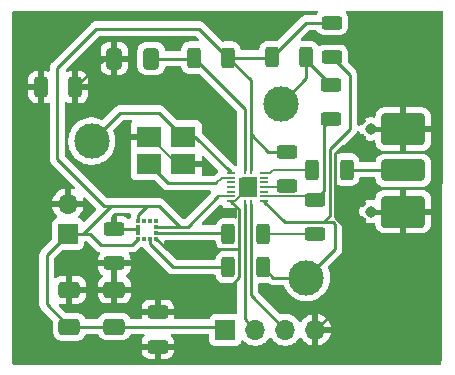
<source format=gbr>
%TF.GenerationSoftware,KiCad,Pcbnew,9.0.0*%
%TF.CreationDate,2025-03-07T11:14:36+01:00*%
%TF.ProjectId,PCB_rigide,5043425f-7269-4676-9964-652e6b696361,rev?*%
%TF.SameCoordinates,Original*%
%TF.FileFunction,Copper,L1,Top*%
%TF.FilePolarity,Positive*%
%FSLAX46Y46*%
G04 Gerber Fmt 4.6, Leading zero omitted, Abs format (unit mm)*
G04 Created by KiCad (PCBNEW 9.0.0) date 2025-03-07 11:14:36*
%MOMM*%
%LPD*%
G01*
G04 APERTURE LIST*
G04 Aperture macros list*
%AMRoundRect*
0 Rectangle with rounded corners*
0 $1 Rounding radius*
0 $2 $3 $4 $5 $6 $7 $8 $9 X,Y pos of 4 corners*
0 Add a 4 corners polygon primitive as box body*
4,1,4,$2,$3,$4,$5,$6,$7,$8,$9,$2,$3,0*
0 Add four circle primitives for the rounded corners*
1,1,$1+$1,$2,$3*
1,1,$1+$1,$4,$5*
1,1,$1+$1,$6,$7*
1,1,$1+$1,$8,$9*
0 Add four rect primitives between the rounded corners*
20,1,$1+$1,$2,$3,$4,$5,0*
20,1,$1+$1,$4,$5,$6,$7,0*
20,1,$1+$1,$6,$7,$8,$9,0*
20,1,$1+$1,$8,$9,$2,$3,0*%
%AMFreePoly0*
4,1,14,0.849707,0.749707,0.850000,0.749000,0.850000,-0.749000,0.849707,-0.749707,0.849000,-0.750000,-0.750000,-0.750000,-0.750000,-0.550414,-0.849707,-0.450707,-0.850000,-0.450000,-0.850000,0.749000,-0.849707,0.749707,-0.849000,0.750000,0.849000,0.750000,0.849707,0.749707,0.849707,0.749707,$1*%
G04 Aperture macros list end*
%TA.AperFunction,EtchedComponent*%
%ADD10C,0.460000*%
%TD*%
%TA.AperFunction,SMDPad,CuDef*%
%ADD11RoundRect,0.250000X-1.595000X-0.640000X1.595000X-0.640000X1.595000X0.640000X-1.595000X0.640000X0*%
%TD*%
%TA.AperFunction,ComponentPad*%
%ADD12C,0.970000*%
%TD*%
%TA.AperFunction,SMDPad,CuDef*%
%ADD13RoundRect,0.250000X-1.595000X-1.082500X1.595000X-1.082500X1.595000X1.082500X-1.595000X1.082500X0*%
%TD*%
%TA.AperFunction,SMDPad,CuDef*%
%ADD14RoundRect,0.250000X0.625000X-0.312500X0.625000X0.312500X-0.625000X0.312500X-0.625000X-0.312500X0*%
%TD*%
%TA.AperFunction,SMDPad,CuDef*%
%ADD15RoundRect,0.250000X0.312500X0.625000X-0.312500X0.625000X-0.312500X-0.625000X0.312500X-0.625000X0*%
%TD*%
%TA.AperFunction,SMDPad,CuDef*%
%ADD16R,2.100000X1.800000*%
%TD*%
%TA.AperFunction,ComponentPad*%
%ADD17C,3.000000*%
%TD*%
%TA.AperFunction,ComponentPad*%
%ADD18R,1.700000X1.700000*%
%TD*%
%TA.AperFunction,ComponentPad*%
%ADD19O,1.700000X1.700000*%
%TD*%
%TA.AperFunction,SMDPad,CuDef*%
%ADD20R,0.350000X0.300000*%
%TD*%
%TA.AperFunction,SMDPad,CuDef*%
%ADD21R,0.300000X0.350000*%
%TD*%
%TA.AperFunction,SMDPad,CuDef*%
%ADD22RoundRect,0.250000X0.650000X-0.412500X0.650000X0.412500X-0.650000X0.412500X-0.650000X-0.412500X0*%
%TD*%
%TA.AperFunction,SMDPad,CuDef*%
%ADD23RoundRect,0.250000X-0.312500X-0.625000X0.312500X-0.625000X0.312500X0.625000X-0.312500X0.625000X0*%
%TD*%
%TA.AperFunction,SMDPad,CuDef*%
%ADD24RoundRect,0.060500X-0.269500X0.049500X-0.269500X-0.049500X0.269500X-0.049500X0.269500X0.049500X0*%
%TD*%
%TA.AperFunction,SMDPad,CuDef*%
%ADD25RoundRect,0.060500X-0.049500X0.269500X-0.049500X-0.269500X0.049500X-0.269500X0.049500X0.269500X0*%
%TD*%
%TA.AperFunction,SMDPad,CuDef*%
%ADD26FreePoly0,270.000000*%
%TD*%
%TA.AperFunction,SMDPad,CuDef*%
%ADD27RoundRect,0.250000X-0.625000X0.312500X-0.625000X-0.312500X0.625000X-0.312500X0.625000X0.312500X0*%
%TD*%
%TA.AperFunction,SMDPad,CuDef*%
%ADD28RoundRect,0.250000X0.412500X0.650000X-0.412500X0.650000X-0.412500X-0.650000X0.412500X-0.650000X0*%
%TD*%
%TA.AperFunction,Conductor*%
%ADD29C,0.250000*%
%TD*%
%TA.AperFunction,Conductor*%
%ADD30C,0.150000*%
%TD*%
G04 APERTURE END LIST*
D10*
%TO.C,J6*%
X110050000Y-34417000D02*
X107315000Y-34417000D01*
X110050000Y-41402000D02*
X107315000Y-41402000D01*
%TD*%
D11*
%TO.P,J6,1,In*%
%TO.N,RF_TX*%
X110050000Y-37909500D03*
D12*
%TO.P,J6,2,Ext*%
%TO.N,GND*%
X107315000Y-34417000D03*
X107315000Y-41402000D03*
D13*
X110050000Y-34417000D03*
X110050000Y-41402000D03*
%TD*%
D14*
%TO.P,R2,1*%
%TO.N,I2C_SDA*%
X103936800Y-33582800D03*
%TO.P,R2,2*%
X103936800Y-30657800D03*
%TD*%
D15*
%TO.P,R5,1*%
%TO.N,VCC*%
X95227000Y-28371800D03*
%TO.P,R5,2*%
%TO.N,Net-(U1-EN)*%
X92302000Y-28371800D03*
%TD*%
D16*
%TO.P,Y1,1,1*%
%TO.N,XO_P*%
X88540000Y-37352000D03*
%TO.P,Y1,2,2*%
%TO.N,GND*%
X91440000Y-37352000D03*
%TO.P,Y1,3,3*%
%TO.N,XO_N*%
X91440000Y-35052000D03*
%TO.P,Y1,4,4*%
%TO.N,GND*%
X88540000Y-35052000D03*
%TD*%
D17*
%TO.P,J3,1,Pin_1*%
%TO.N,XO_N*%
X83693000Y-35433000D03*
%TD*%
D18*
%TO.P,J1,1,Pin_1*%
%TO.N,VCC*%
X81661000Y-43307000D03*
D19*
%TO.P,J1,2,Pin_2*%
%TO.N,GND*%
X81661000Y-40767000D03*
%TD*%
D14*
%TO.P,R8,1*%
%TO.N,GND*%
X89281000Y-52836000D03*
%TO.P,R8,2*%
X89281000Y-49911000D03*
%TD*%
D20*
%TO.P,U2,1,SDO*%
%TO.N,GND*%
X89163000Y-43689000D03*
%TO.P,U2,2,SDX*%
%TO.N,I2C_SDA*%
X89163000Y-43189000D03*
%TO.P,U2,3,VDDIO*%
%TO.N,VCC*%
X89163000Y-42689000D03*
%TO.P,U2,4*%
%TO.N,N/C*%
X89163000Y-42189000D03*
D21*
%TO.P,U2,5,INT1*%
%TO.N,unconnected-(U2-INT1-Pad5)*%
X88638000Y-42164000D03*
%TO.P,U2,6,INT2*%
%TO.N,unconnected-(U2-INT2-Pad6)*%
X88138000Y-42164000D03*
D20*
%TO.P,U2,7,VDD*%
%TO.N,VCC*%
X87613000Y-42189000D03*
%TO.P,U2,8,GNDIO*%
%TO.N,GND*%
X87613000Y-42689000D03*
%TO.P,U2,9,GND*%
X87613000Y-43189000D03*
%TO.P,U2,10,~{CSB}*%
%TO.N,VCC*%
X87613000Y-43689000D03*
D21*
%TO.P,U2,11*%
%TO.N,N/C*%
X88138000Y-43714000D03*
%TO.P,U2,12,SCX*%
%TO.N,I2C_SCL*%
X88638000Y-43714000D03*
%TD*%
D14*
%TO.P,R4,1*%
%TO.N,I2C_SDA*%
X102616000Y-43311000D03*
%TO.P,R4,2*%
X102616000Y-40386000D03*
%TD*%
D22*
%TO.P,C2,1*%
%TO.N,VCC*%
X81788000Y-51155600D03*
%TO.P,C2,2*%
%TO.N,GND*%
X81788000Y-48030600D03*
%TD*%
D17*
%TO.P,J5,1,Pin_1*%
%TO.N,I2C_SDA*%
X99695000Y-32258000D03*
%TD*%
D23*
%TO.P,R3,1*%
%TO.N,I2C_SCL*%
X95246000Y-46101000D03*
%TO.P,R3,2*%
X98171000Y-46101000D03*
%TD*%
D17*
%TO.P,J4,1,Pin_1*%
%TO.N,I2C_SCL*%
X101854000Y-46990000D03*
%TD*%
D24*
%TO.P,U1,1,XO_N*%
%TO.N,XO_N*%
X95454600Y-38121800D03*
%TO.P,U1,2,XO_P*%
%TO.N,XO_P*%
X95454600Y-38521800D03*
%TO.P,U1,3,MGPIO7*%
%TO.N,unconnected-(U1-MGPIO7-Pad3)*%
X95454600Y-38921800D03*
%TO.P,U1,4,MGPIO6*%
%TO.N,unconnected-(U1-MGPIO6-Pad4)*%
X95454600Y-39321800D03*
%TO.P,U1,5,MGPIO5*%
%TO.N,unconnected-(U1-MGPIO5-Pad5)*%
X95454600Y-39721800D03*
%TO.P,U1,6,SW0*%
%TO.N,VCC*%
X95454600Y-40121800D03*
%TO.P,U1,7,SW1*%
%TO.N,GND*%
X95454600Y-40521800D03*
D25*
%TO.P,U1,8,RX/GPIO0*%
%TO.N,UART_RX*%
X96629600Y-40741800D03*
%TO.P,U1,9,TX/GPIO1*%
%TO.N,UART_TX*%
X97129600Y-40746800D03*
D24*
%TO.P,U1,10,GPIO2*%
%TO.N,I2C_SCL*%
X98304600Y-40521800D03*
%TO.P,U1,11,GPIO3*%
%TO.N,I2C_SDA*%
X98304600Y-40121800D03*
%TO.P,U1,12,MGPIO4*%
%TO.N,unconnected-(U1-MGPIO4-Pad12)*%
X98304600Y-39721800D03*
%TO.P,U1,13,VDDQ*%
%TO.N,VCC*%
X98304600Y-39321800D03*
%TO.P,U1,14,RTC_P*%
%TO.N,unconnected-(U1-RTC_P-Pad14)*%
X98304600Y-38921800D03*
%TO.P,U1,15,RTC_N*%
%TO.N,unconnected-(U1-RTC_N-Pad15)*%
X98304600Y-38521800D03*
%TO.P,U1,16,RF_TX*%
%TO.N,RF_TX*%
X98304600Y-38121800D03*
D25*
%TO.P,U1,17,VCC*%
%TO.N,VCC*%
X97129600Y-37896800D03*
%TO.P,U1,18,EN*%
%TO.N,Net-(U1-EN)*%
X96629600Y-37896800D03*
D26*
%TO.P,U1,19,GND*%
%TO.N,GND*%
X96879600Y-39321800D03*
%TD*%
D22*
%TO.P,C1,1*%
%TO.N,VCC*%
X85598000Y-51131000D03*
%TO.P,C1,2*%
%TO.N,GND*%
X85598000Y-48006000D03*
%TD*%
D27*
%TO.P,R1,1*%
%TO.N,VCC*%
X100203000Y-36318000D03*
%TO.P,R1,2*%
X100203000Y-39243000D03*
%TD*%
D23*
%TO.P,R12,1*%
%TO.N,RF_TX*%
X102358000Y-37846000D03*
%TO.P,R12,2*%
X105283000Y-37846000D03*
%TD*%
%TO.P,R9,1*%
%TO.N,GND*%
X79371000Y-30861000D03*
%TO.P,R9,2*%
X82296000Y-30861000D03*
%TD*%
D14*
%TO.P,R6,1*%
%TO.N,GND*%
X85598000Y-45785500D03*
%TO.P,R6,2*%
X85598000Y-42860500D03*
%TD*%
D23*
%TO.P,R7,1*%
%TO.N,I2C_SDA*%
X95250000Y-43307000D03*
%TO.P,R7,2*%
X98175000Y-43307000D03*
%TD*%
D28*
%TO.P,C3,1*%
%TO.N,Net-(U1-EN)*%
X88723000Y-28448000D03*
%TO.P,C3,2*%
%TO.N,GND*%
X85598000Y-28448000D03*
%TD*%
D27*
%TO.P,R10,1*%
%TO.N,VCC*%
X104013000Y-25400000D03*
%TO.P,R10,2*%
%TO.N,I2C_SCL*%
X104013000Y-28325000D03*
%TD*%
D23*
%TO.P,R11,1*%
%TO.N,VCC*%
X98929000Y-28321000D03*
%TO.P,R11,2*%
%TO.N,I2C_SDA*%
X101854000Y-28321000D03*
%TD*%
D18*
%TO.P,J2,1,Pin_1*%
%TO.N,VCC*%
X94996000Y-51409600D03*
D19*
%TO.P,J2,2,Pin_2*%
%TO.N,UART_RX*%
X97536000Y-51409600D03*
%TO.P,J2,3,Pin_3*%
%TO.N,UART_TX*%
X100076000Y-51409600D03*
%TO.P,J2,4,Pin_4*%
%TO.N,GND*%
X102616000Y-51409600D03*
%TD*%
D29*
%TO.N,RF_TX*%
X105283000Y-37846000D02*
X109986500Y-37846000D01*
X109986500Y-37846000D02*
X110050000Y-37909500D01*
X105410000Y-37973000D02*
X105283000Y-37846000D01*
D30*
X102358000Y-37846000D02*
X99060000Y-37846000D01*
X99060000Y-37846000D02*
X98784200Y-38121800D01*
X102082200Y-38121800D02*
X102358000Y-37846000D01*
X98784200Y-38121800D02*
X98304600Y-38121800D01*
%TO.N,GND*%
X88540000Y-35052000D02*
X88646000Y-35052000D01*
D29*
X89163000Y-43689000D02*
X90051000Y-44577000D01*
D30*
X95851160Y-40521800D02*
X96879600Y-39493360D01*
D29*
X85598000Y-42860500D02*
X87441500Y-42860500D01*
X82296000Y-30861000D02*
X84709000Y-28448000D01*
X90051000Y-44577000D02*
X96138500Y-44577000D01*
X95100014Y-48006000D02*
X96138500Y-46967514D01*
D30*
X95454600Y-40521800D02*
X95851160Y-40521800D01*
D29*
X96138500Y-41205700D02*
X95490600Y-40557800D01*
X85573400Y-48030600D02*
X85598000Y-48006000D01*
D30*
X88990000Y-35052000D02*
X88540000Y-35052000D01*
D29*
X87441500Y-42860500D02*
X87613000Y-42689000D01*
D30*
X96879600Y-39493360D02*
X96879600Y-39321800D01*
X88540000Y-35052000D02*
X88690000Y-35052000D01*
D29*
X87613000Y-42689000D02*
X87613000Y-43189000D01*
X85598000Y-48006000D02*
X95100014Y-48006000D01*
D30*
X90946000Y-37352000D02*
X91440000Y-37352000D01*
D29*
X81654800Y-48163800D02*
X81788000Y-48030600D01*
X96138500Y-46967514D02*
X96138500Y-44577000D01*
X96138500Y-44577000D02*
X96138500Y-41205700D01*
X88540000Y-35052000D02*
X87630000Y-35052000D01*
D30*
X88646000Y-35052000D02*
X90946000Y-37352000D01*
D29*
X84709000Y-28448000D02*
X85598000Y-28448000D01*
D30*
%TO.N,VCC*%
X98304600Y-39321800D02*
X99743200Y-39321800D01*
D29*
X84074000Y-25908000D02*
X92763200Y-25908000D01*
X97129600Y-34798000D02*
X97129600Y-30274400D01*
X80772000Y-29210000D02*
X84074000Y-25908000D01*
X84459000Y-44200000D02*
X83566000Y-43307000D01*
X88392000Y-40894000D02*
X89391000Y-40894000D01*
X88074500Y-41211500D02*
X88392000Y-40894000D01*
X87102000Y-44200000D02*
X87613000Y-43689000D01*
X89163000Y-42689000D02*
X91186000Y-42689000D01*
X98878200Y-28371800D02*
X98929000Y-28321000D01*
X97129600Y-30274400D02*
X95227000Y-28371800D01*
X87613000Y-42189000D02*
X87613000Y-41673000D01*
X85852000Y-40894000D02*
X88392000Y-40894000D01*
X80772000Y-36957000D02*
X80772000Y-29210000D01*
X79883000Y-45085000D02*
X79883000Y-49250600D01*
X101850000Y-25400000D02*
X104013000Y-25400000D01*
X87102000Y-44200000D02*
X84459000Y-44200000D01*
X81661000Y-43307000D02*
X79883000Y-45085000D01*
X85598000Y-51131000D02*
X94717400Y-51131000D01*
X95227000Y-28371800D02*
X98878200Y-28371800D01*
X85344000Y-40894000D02*
X82931000Y-43307000D01*
X83566000Y-43307000D02*
X81661000Y-43307000D01*
X85573400Y-51155600D02*
X85598000Y-51131000D01*
D30*
X99743200Y-39321800D02*
X100203000Y-38862000D01*
D29*
X82931000Y-43307000D02*
X81661000Y-43307000D01*
X84709000Y-40894000D02*
X80772000Y-36957000D01*
X94717400Y-51131000D02*
X94996000Y-51409600D01*
X97129600Y-37896800D02*
X97129600Y-34798000D01*
X87613000Y-41673000D02*
X88074500Y-41211500D01*
X85852000Y-40894000D02*
X85344000Y-40894000D01*
X91804000Y-42689000D02*
X94371200Y-40121800D01*
X92763200Y-25908000D02*
X95227000Y-28371800D01*
X98929000Y-28321000D02*
X101850000Y-25400000D01*
X98649600Y-36318000D02*
X97129600Y-34798000D01*
X100203000Y-36318000D02*
X98649600Y-36318000D01*
X89391000Y-40894000D02*
X91186000Y-42689000D01*
X81788000Y-51155600D02*
X85573400Y-51155600D01*
X91186000Y-42689000D02*
X91804000Y-42689000D01*
X79883000Y-49250600D02*
X81788000Y-51155600D01*
X85852000Y-40894000D02*
X84709000Y-40894000D01*
D30*
X95454600Y-40121800D02*
X94371200Y-40121800D01*
D29*
%TO.N,Net-(U1-EN)*%
X92151200Y-28371800D02*
X92075000Y-28448000D01*
X92302000Y-28371800D02*
X92151200Y-28371800D01*
X92075000Y-28448000D02*
X88723000Y-28448000D01*
X96629600Y-37896800D02*
X96629600Y-32699400D01*
X96629600Y-32699400D02*
X92302000Y-28371800D01*
%TO.N,UART_TX*%
X97129600Y-48463200D02*
X100076000Y-51409600D01*
X97129600Y-40746800D02*
X97129600Y-48463200D01*
%TO.N,UART_RX*%
X96629600Y-40741800D02*
X96629600Y-50503200D01*
X96629600Y-50503200D02*
X97536000Y-51409600D01*
%TO.N,I2C_SCL*%
X98171000Y-46101000D02*
X99060000Y-46990000D01*
X103251000Y-42301900D02*
X103817000Y-41735900D01*
X105537000Y-34417000D02*
X105537000Y-29849000D01*
X88638000Y-43714000D02*
X88638000Y-44141000D01*
X103817000Y-41735900D02*
X103817000Y-36137000D01*
X88638000Y-44141000D02*
X90598000Y-46101000D01*
X104267000Y-42488710D02*
X104080190Y-42301900D01*
X104267000Y-44577000D02*
X104267000Y-42488710D01*
X90598000Y-46101000D02*
X95246000Y-46101000D01*
X99060000Y-46990000D02*
X101854000Y-46990000D01*
X101854000Y-46990000D02*
X104267000Y-44577000D01*
X103817000Y-36137000D02*
X105537000Y-34417000D01*
X105537000Y-29849000D02*
X104013000Y-28325000D01*
X103251000Y-42301900D02*
X100048700Y-42301900D01*
X104080190Y-42301900D02*
X103251000Y-42301900D01*
X100048700Y-42301900D02*
X98304600Y-40557800D01*
%TO.N,I2C_SDA*%
X101854000Y-30099000D02*
X99695000Y-32258000D01*
X103936800Y-33582800D02*
X103366000Y-34153600D01*
X103366000Y-39636000D02*
X102616000Y-40386000D01*
X103936800Y-30657800D02*
X101854000Y-28575000D01*
D30*
X98304600Y-40121800D02*
X102351800Y-40121800D01*
D29*
X103366000Y-34153600D02*
X103366000Y-39636000D01*
D30*
X98179000Y-43311000D02*
X98175000Y-43307000D01*
D29*
X95132000Y-43189000D02*
X89163000Y-43189000D01*
X101854000Y-28575000D02*
X101854000Y-28321000D01*
X101854000Y-28321000D02*
X101854000Y-30099000D01*
D30*
X102616000Y-43311000D02*
X98179000Y-43311000D01*
D29*
X95250000Y-43307000D02*
X95132000Y-43189000D01*
D30*
X102351800Y-40121800D02*
X102616000Y-40386000D01*
D29*
%TO.N,XO_N*%
X86106000Y-33020000D02*
X89408000Y-33020000D01*
X89408000Y-33020000D02*
X91440000Y-35052000D01*
X83693000Y-35433000D02*
X86106000Y-33020000D01*
X91440000Y-35052000D02*
X92420800Y-35052000D01*
X92420800Y-35052000D02*
X95454600Y-38085800D01*
D30*
%TO.N,XO_P*%
X95454600Y-38521800D02*
X94701200Y-38521800D01*
X95454600Y-38521800D02*
X95448400Y-38528000D01*
D29*
X90177000Y-38989000D02*
X94234000Y-38989000D01*
D30*
X94701200Y-38521800D02*
X94234000Y-38989000D01*
D29*
X88540000Y-37352000D02*
X90177000Y-38989000D01*
%TO.N,GND*%
X104920986Y-35814000D02*
X104267000Y-36467986D01*
X104267000Y-36467986D02*
X104267000Y-41850900D01*
X104267000Y-41850900D02*
X104922000Y-42505900D01*
X104922000Y-42505900D02*
X104922000Y-49103600D01*
X104922000Y-49103600D02*
X102616000Y-51409600D01*
%TD*%
%TA.AperFunction,Conductor*%
%TO.N,GND*%
G36*
X102742073Y-24387319D02*
G01*
X102753796Y-24386157D01*
X102774981Y-24396982D01*
X102797809Y-24403685D01*
X102805523Y-24412587D01*
X102816014Y-24417948D01*
X102827985Y-24438509D01*
X102843564Y-24456489D01*
X102845240Y-24468148D01*
X102851168Y-24478330D01*
X102850121Y-24502097D01*
X102853508Y-24525647D01*
X102848613Y-24536363D01*
X102848096Y-24548132D01*
X102832037Y-24579561D01*
X102825932Y-24588199D01*
X102795288Y-24618844D01*
X102733577Y-24718893D01*
X102731339Y-24722061D01*
X102706871Y-24741446D01*
X102683663Y-24762321D01*
X102679712Y-24762963D01*
X102676575Y-24765450D01*
X102630072Y-24774500D01*
X101788389Y-24774500D01*
X101737535Y-24784615D01*
X101737530Y-24784616D01*
X101727971Y-24786518D01*
X101667548Y-24798537D01*
X101620397Y-24818067D01*
X101553715Y-24845688D01*
X101553714Y-24845689D01*
X101531347Y-24860633D01*
X101531344Y-24860635D01*
X101451268Y-24914140D01*
X101407705Y-24957703D01*
X101364142Y-25001267D01*
X101364139Y-25001270D01*
X99449672Y-26915736D01*
X99388349Y-26949221D01*
X99349388Y-26951413D01*
X99291510Y-26945500D01*
X98566498Y-26945500D01*
X98566480Y-26945501D01*
X98463703Y-26956000D01*
X98463700Y-26956001D01*
X98297168Y-27011185D01*
X98297163Y-27011187D01*
X98147842Y-27103289D01*
X98023789Y-27227342D01*
X97931687Y-27376663D01*
X97931685Y-27376668D01*
X97914852Y-27427468D01*
X97897887Y-27478666D01*
X97876501Y-27543204D01*
X97876500Y-27543205D01*
X97867133Y-27634902D01*
X97840737Y-27699594D01*
X97783556Y-27739745D01*
X97743775Y-27746300D01*
X96407035Y-27746300D01*
X96339996Y-27726615D01*
X96294241Y-27673811D01*
X96283677Y-27634902D01*
X96282840Y-27626712D01*
X96279499Y-27594003D01*
X96224314Y-27427466D01*
X96132212Y-27278144D01*
X96008156Y-27154088D01*
X95858834Y-27061986D01*
X95692297Y-27006801D01*
X95692295Y-27006800D01*
X95589510Y-26996300D01*
X94864498Y-26996300D01*
X94864477Y-26996302D01*
X94806607Y-27002213D01*
X94737914Y-26989442D01*
X94706326Y-26966536D01*
X93259022Y-25519232D01*
X93249059Y-25509269D01*
X93249058Y-25509267D01*
X93161933Y-25422142D01*
X93110709Y-25387915D01*
X93059486Y-25353688D01*
X93059483Y-25353686D01*
X93059480Y-25353685D01*
X92985803Y-25323168D01*
X92985801Y-25323167D01*
X92978992Y-25320347D01*
X92945652Y-25306537D01*
X92885229Y-25294518D01*
X92880506Y-25293578D01*
X92880504Y-25293578D01*
X92824810Y-25282500D01*
X92824807Y-25282500D01*
X92824806Y-25282500D01*
X84135607Y-25282500D01*
X84012393Y-25282500D01*
X84012389Y-25282500D01*
X83956697Y-25293578D01*
X83951971Y-25294518D01*
X83908743Y-25303116D01*
X83891546Y-25306537D01*
X83777716Y-25353687D01*
X83777707Y-25353692D01*
X83675268Y-25422140D01*
X83631705Y-25465703D01*
X83588142Y-25509267D01*
X80286144Y-28811264D01*
X80286138Y-28811272D01*
X80251914Y-28862489D01*
X80251915Y-28862490D01*
X80217691Y-28913708D01*
X80217689Y-28913712D01*
X80217688Y-28913714D01*
X80193023Y-28973263D01*
X80170537Y-29027548D01*
X80161397Y-29073500D01*
X80146577Y-29148009D01*
X80146500Y-29148394D01*
X80146500Y-29149376D01*
X80146500Y-29427598D01*
X80126815Y-29494637D01*
X80074011Y-29540392D01*
X80004853Y-29550336D01*
X79983497Y-29545304D01*
X79836200Y-29496495D01*
X79836190Y-29496493D01*
X79733486Y-29486000D01*
X79621000Y-29486000D01*
X79621000Y-32235999D01*
X79733472Y-32235999D01*
X79733486Y-32235998D01*
X79836195Y-32225506D01*
X79983495Y-32176695D01*
X80053324Y-32174293D01*
X80113366Y-32210024D01*
X80144559Y-32272545D01*
X80146500Y-32294401D01*
X80146500Y-37018609D01*
X80170100Y-37137258D01*
X80170102Y-37137267D01*
X80170537Y-37139451D01*
X80217688Y-37253286D01*
X80242483Y-37290393D01*
X80286142Y-37355733D01*
X80373267Y-37442858D01*
X80373270Y-37442860D01*
X80380976Y-37450566D01*
X82209652Y-39279242D01*
X82243137Y-39340565D01*
X82238153Y-39410257D01*
X82196281Y-39466190D01*
X82130817Y-39490607D01*
X82083654Y-39484854D01*
X81977125Y-39450241D01*
X81911000Y-39439768D01*
X81911000Y-40333988D01*
X81853993Y-40301075D01*
X81726826Y-40267000D01*
X81595174Y-40267000D01*
X81468007Y-40301075D01*
X81411000Y-40333988D01*
X81411000Y-39439768D01*
X81410999Y-39439768D01*
X81344875Y-39450241D01*
X81142784Y-39515903D01*
X80953442Y-39612379D01*
X80781540Y-39737272D01*
X80781535Y-39737276D01*
X80631276Y-39887535D01*
X80631272Y-39887540D01*
X80506379Y-40059442D01*
X80409904Y-40248782D01*
X80344242Y-40450870D01*
X80344242Y-40450873D01*
X80333769Y-40517000D01*
X81227988Y-40517000D01*
X81195075Y-40574007D01*
X81161000Y-40701174D01*
X81161000Y-40832826D01*
X81195075Y-40959993D01*
X81227988Y-41017000D01*
X80333769Y-41017000D01*
X80344242Y-41083126D01*
X80344242Y-41083129D01*
X80409904Y-41285217D01*
X80506379Y-41474557D01*
X80631272Y-41646459D01*
X80631276Y-41646464D01*
X80744946Y-41760134D01*
X80778431Y-41821457D01*
X80773447Y-41891149D01*
X80731575Y-41947082D01*
X80700598Y-41963997D01*
X80568671Y-42013202D01*
X80568664Y-42013206D01*
X80453455Y-42099452D01*
X80453452Y-42099455D01*
X80367206Y-42214664D01*
X80367202Y-42214671D01*
X80316908Y-42349517D01*
X80310501Y-42409116D01*
X80310500Y-42409130D01*
X80310500Y-43721546D01*
X80290815Y-43788585D01*
X80274180Y-43809227D01*
X79484269Y-44599140D01*
X79484267Y-44599142D01*
X79457630Y-44625779D01*
X79397142Y-44686266D01*
X79374511Y-44720135D01*
X79374505Y-44720144D01*
X79370927Y-44725501D01*
X79328688Y-44788714D01*
X79295347Y-44869207D01*
X79289558Y-44883181D01*
X79281537Y-44902545D01*
X79281535Y-44902553D01*
X79257500Y-45023389D01*
X79257500Y-49312211D01*
X79281535Y-49433044D01*
X79281540Y-49433061D01*
X79328685Y-49546880D01*
X79328687Y-49546883D01*
X79328688Y-49546886D01*
X79362915Y-49598109D01*
X79397142Y-49649333D01*
X79484267Y-49736458D01*
X79484270Y-49736460D01*
X79491554Y-49743744D01*
X80351181Y-50603371D01*
X80384666Y-50664694D01*
X80387500Y-50691052D01*
X80387500Y-51618101D01*
X80387501Y-51618119D01*
X80398000Y-51720896D01*
X80398001Y-51720899D01*
X80453185Y-51887431D01*
X80453187Y-51887436D01*
X80488069Y-51943988D01*
X80545288Y-52036756D01*
X80669344Y-52160812D01*
X80818666Y-52252914D01*
X80985203Y-52308099D01*
X81087991Y-52318600D01*
X82488008Y-52318599D01*
X82590797Y-52308099D01*
X82757334Y-52252914D01*
X82906656Y-52160812D01*
X83030712Y-52036756D01*
X83122814Y-51887434D01*
X83125112Y-51880500D01*
X83129886Y-51866094D01*
X83169659Y-51808650D01*
X83234175Y-51781828D01*
X83247591Y-51781100D01*
X84146561Y-51781100D01*
X84213600Y-51800785D01*
X84259355Y-51853589D01*
X84261914Y-51860106D01*
X84263187Y-51862836D01*
X84284967Y-51898147D01*
X84355288Y-52012156D01*
X84479344Y-52136212D01*
X84628666Y-52228314D01*
X84795203Y-52283499D01*
X84897991Y-52294000D01*
X86298008Y-52293999D01*
X86400797Y-52283499D01*
X86567334Y-52228314D01*
X86716656Y-52136212D01*
X86840712Y-52012156D01*
X86932814Y-51862834D01*
X86935878Y-51853589D01*
X86939886Y-51841494D01*
X86979659Y-51784050D01*
X87044175Y-51757228D01*
X87057591Y-51756500D01*
X88062977Y-51756500D01*
X88130016Y-51776185D01*
X88175771Y-51828989D01*
X88185715Y-51898147D01*
X88156690Y-51961703D01*
X88150658Y-51968181D01*
X88063684Y-52055154D01*
X87971643Y-52204375D01*
X87971641Y-52204380D01*
X87916494Y-52370802D01*
X87916493Y-52370809D01*
X87906000Y-52473513D01*
X87906000Y-52586000D01*
X90655999Y-52586000D01*
X90655999Y-52473528D01*
X90655998Y-52473513D01*
X90645505Y-52370802D01*
X90590358Y-52204380D01*
X90590356Y-52204375D01*
X90498315Y-52055154D01*
X90411342Y-51968181D01*
X90377857Y-51906858D01*
X90382841Y-51837166D01*
X90424713Y-51781233D01*
X90490177Y-51756816D01*
X90499023Y-51756500D01*
X93521501Y-51756500D01*
X93588540Y-51776185D01*
X93634295Y-51828989D01*
X93645501Y-51880500D01*
X93645501Y-52307476D01*
X93651908Y-52367083D01*
X93702202Y-52501928D01*
X93702206Y-52501935D01*
X93788452Y-52617144D01*
X93788455Y-52617147D01*
X93903664Y-52703393D01*
X93903671Y-52703397D01*
X94038517Y-52753691D01*
X94038516Y-52753691D01*
X94045444Y-52754435D01*
X94098127Y-52760100D01*
X95893872Y-52760099D01*
X95953483Y-52753691D01*
X96088331Y-52703396D01*
X96203546Y-52617146D01*
X96289796Y-52501931D01*
X96338810Y-52370516D01*
X96380681Y-52314584D01*
X96446145Y-52290166D01*
X96514418Y-52305017D01*
X96542673Y-52326169D01*
X96656213Y-52439709D01*
X96828179Y-52564648D01*
X96828181Y-52564649D01*
X96828184Y-52564651D01*
X97017588Y-52661157D01*
X97219757Y-52726846D01*
X97429713Y-52760100D01*
X97429714Y-52760100D01*
X97642286Y-52760100D01*
X97642287Y-52760100D01*
X97852243Y-52726846D01*
X98054412Y-52661157D01*
X98243816Y-52564651D01*
X98330138Y-52501935D01*
X98415786Y-52439709D01*
X98415788Y-52439706D01*
X98415792Y-52439704D01*
X98566104Y-52289392D01*
X98566106Y-52289388D01*
X98566109Y-52289386D01*
X98691048Y-52117420D01*
X98691047Y-52117420D01*
X98691051Y-52117416D01*
X98695514Y-52108654D01*
X98743488Y-52057859D01*
X98811308Y-52041063D01*
X98877444Y-52063599D01*
X98916486Y-52108656D01*
X98920951Y-52117420D01*
X99045890Y-52289386D01*
X99196213Y-52439709D01*
X99368179Y-52564648D01*
X99368181Y-52564649D01*
X99368184Y-52564651D01*
X99557588Y-52661157D01*
X99759757Y-52726846D01*
X99969713Y-52760100D01*
X99969714Y-52760100D01*
X100182286Y-52760100D01*
X100182287Y-52760100D01*
X100392243Y-52726846D01*
X100594412Y-52661157D01*
X100783816Y-52564651D01*
X100870138Y-52501935D01*
X100955786Y-52439709D01*
X100955788Y-52439706D01*
X100955792Y-52439704D01*
X101106104Y-52289392D01*
X101106106Y-52289388D01*
X101106109Y-52289386D01*
X101199522Y-52160812D01*
X101231051Y-52117416D01*
X101235793Y-52108108D01*
X101283763Y-52057311D01*
X101351583Y-52040511D01*
X101417719Y-52063045D01*
X101456763Y-52108100D01*
X101461377Y-52117155D01*
X101586272Y-52289059D01*
X101586276Y-52289064D01*
X101736535Y-52439323D01*
X101736540Y-52439327D01*
X101908442Y-52564220D01*
X102097782Y-52660695D01*
X102299871Y-52726357D01*
X102366000Y-52736831D01*
X102366000Y-51842612D01*
X102423007Y-51875525D01*
X102550174Y-51909600D01*
X102681826Y-51909600D01*
X102808993Y-51875525D01*
X102866000Y-51842612D01*
X102866000Y-52736830D01*
X102932126Y-52726357D01*
X102932129Y-52726357D01*
X103134217Y-52660695D01*
X103323557Y-52564220D01*
X103495459Y-52439327D01*
X103495464Y-52439323D01*
X103645723Y-52289064D01*
X103645727Y-52289059D01*
X103770620Y-52117157D01*
X103867095Y-51927817D01*
X103932757Y-51725729D01*
X103932757Y-51725726D01*
X103943231Y-51659600D01*
X103049012Y-51659600D01*
X103081925Y-51602593D01*
X103116000Y-51475426D01*
X103116000Y-51343774D01*
X103081925Y-51216607D01*
X103049012Y-51159600D01*
X103943231Y-51159600D01*
X103932757Y-51093473D01*
X103932757Y-51093470D01*
X103867095Y-50891382D01*
X103770620Y-50702042D01*
X103645727Y-50530140D01*
X103645723Y-50530135D01*
X103495464Y-50379876D01*
X103495459Y-50379872D01*
X103323557Y-50254979D01*
X103134215Y-50158503D01*
X102932124Y-50092841D01*
X102866000Y-50082368D01*
X102866000Y-50976588D01*
X102808993Y-50943675D01*
X102681826Y-50909600D01*
X102550174Y-50909600D01*
X102423007Y-50943675D01*
X102366000Y-50976588D01*
X102366000Y-50082368D01*
X102365999Y-50082368D01*
X102299875Y-50092841D01*
X102097784Y-50158503D01*
X101908442Y-50254979D01*
X101736540Y-50379872D01*
X101736535Y-50379876D01*
X101586276Y-50530135D01*
X101586272Y-50530140D01*
X101461378Y-50702043D01*
X101456762Y-50711102D01*
X101408784Y-50761895D01*
X101340963Y-50778687D01*
X101274829Y-50756146D01*
X101235794Y-50711093D01*
X101231051Y-50701784D01*
X101231049Y-50701781D01*
X101231048Y-50701779D01*
X101106109Y-50529813D01*
X100955786Y-50379490D01*
X100783820Y-50254551D01*
X100594414Y-50158044D01*
X100594413Y-50158043D01*
X100594412Y-50158043D01*
X100392243Y-50092354D01*
X100392241Y-50092353D01*
X100392240Y-50092353D01*
X100230957Y-50066808D01*
X100182287Y-50059100D01*
X99969713Y-50059100D01*
X99941006Y-50063646D01*
X99759757Y-50092353D01*
X99744158Y-50097422D01*
X99674317Y-50099416D01*
X99618161Y-50067171D01*
X97791419Y-48240429D01*
X97757934Y-48179106D01*
X97755100Y-48152748D01*
X97755100Y-47600499D01*
X97774785Y-47533460D01*
X97827589Y-47487705D01*
X97879095Y-47476499D01*
X98533508Y-47476499D01*
X98600767Y-47469628D01*
X98625385Y-47474204D01*
X98650420Y-47474651D01*
X98664800Y-47481531D01*
X98669459Y-47482397D01*
X98682250Y-47489878D01*
X98738190Y-47527256D01*
X98763710Y-47544309D01*
X98763712Y-47544310D01*
X98763715Y-47544312D01*
X98830396Y-47571931D01*
X98830398Y-47571933D01*
X98870640Y-47588601D01*
X98877548Y-47591463D01*
X98937971Y-47603481D01*
X98998393Y-47615500D01*
X98998394Y-47615500D01*
X99864911Y-47615500D01*
X99931950Y-47635185D01*
X99977705Y-47687989D01*
X99979472Y-47692047D01*
X100055953Y-47876690D01*
X100055958Y-47876700D01*
X100187075Y-48103803D01*
X100346718Y-48311851D01*
X100346726Y-48311860D01*
X100532140Y-48497274D01*
X100532148Y-48497281D01*
X100740196Y-48656924D01*
X100967299Y-48788041D01*
X100967309Y-48788046D01*
X101209571Y-48888394D01*
X101209581Y-48888398D01*
X101462884Y-48956270D01*
X101722880Y-48990500D01*
X101722887Y-48990500D01*
X101985113Y-48990500D01*
X101985120Y-48990500D01*
X102245116Y-48956270D01*
X102498419Y-48888398D01*
X102740697Y-48788043D01*
X102967803Y-48656924D01*
X103175851Y-48497282D01*
X103175855Y-48497277D01*
X103175860Y-48497274D01*
X103361274Y-48311860D01*
X103361277Y-48311855D01*
X103361282Y-48311851D01*
X103520924Y-48103803D01*
X103652043Y-47876697D01*
X103752398Y-47634419D01*
X103820270Y-47381116D01*
X103854500Y-47121120D01*
X103854500Y-46858880D01*
X103820270Y-46598884D01*
X103752398Y-46345581D01*
X103675911Y-46160926D01*
X103668443Y-46091461D01*
X103699718Y-46028982D01*
X103702761Y-46025827D01*
X104752857Y-44975734D01*
X104821311Y-44873286D01*
X104846083Y-44813481D01*
X104856342Y-44788715D01*
X104861745Y-44775668D01*
X104868463Y-44759452D01*
X104883020Y-44686266D01*
X104883101Y-44685861D01*
X104883101Y-44685857D01*
X104892500Y-44638607D01*
X104892500Y-44515394D01*
X104892500Y-42427104D01*
X104888924Y-42409128D01*
X104868463Y-42306259D01*
X104865249Y-42298500D01*
X104855473Y-42274898D01*
X104821314Y-42192430D01*
X104821307Y-42192417D01*
X104752858Y-42089977D01*
X104752855Y-42089973D01*
X104662637Y-41999755D01*
X104662606Y-41999726D01*
X104570388Y-41907508D01*
X104570368Y-41907486D01*
X104478819Y-41815937D01*
X104445334Y-41754614D01*
X104442500Y-41728256D01*
X104442500Y-41304981D01*
X106330000Y-41304981D01*
X106330000Y-41499018D01*
X106367851Y-41689306D01*
X106367853Y-41689314D01*
X106442102Y-41868568D01*
X106442106Y-41868575D01*
X106463239Y-41900203D01*
X106539883Y-41823561D01*
X106601206Y-41790076D01*
X106670898Y-41795060D01*
X106726832Y-41836931D01*
X106730667Y-41842351D01*
X106747582Y-41867666D01*
X106747585Y-41867670D01*
X106849329Y-41969414D01*
X106874648Y-41986332D01*
X106919452Y-42039945D01*
X106928159Y-42109270D01*
X106898004Y-42172297D01*
X106893438Y-42177115D01*
X106816794Y-42253759D01*
X106848431Y-42274898D01*
X107027681Y-42349145D01*
X107027693Y-42349148D01*
X107217981Y-42386999D01*
X107217984Y-42387000D01*
X107412016Y-42387000D01*
X107556808Y-42358198D01*
X107626400Y-42364425D01*
X107681577Y-42407287D01*
X107704822Y-42473177D01*
X107705000Y-42479813D01*
X107705000Y-42534470D01*
X107705001Y-42534487D01*
X107715494Y-42637197D01*
X107770641Y-42803619D01*
X107770643Y-42803624D01*
X107862684Y-42952845D01*
X107986654Y-43076815D01*
X108135875Y-43168856D01*
X108135880Y-43168858D01*
X108302302Y-43224005D01*
X108302309Y-43224006D01*
X108405019Y-43234499D01*
X109799999Y-43234499D01*
X109800000Y-43234498D01*
X109800000Y-42256500D01*
X109819685Y-42189461D01*
X109872489Y-42143706D01*
X109924000Y-42132500D01*
X110121947Y-42132500D01*
X110121948Y-42132500D01*
X110151809Y-42126560D01*
X110221398Y-42132786D01*
X110276576Y-42175648D01*
X110299822Y-42241537D01*
X110300000Y-42248177D01*
X110300000Y-43234499D01*
X111694972Y-43234499D01*
X111694986Y-43234498D01*
X111797697Y-43224005D01*
X111964119Y-43168858D01*
X111964124Y-43168856D01*
X112113345Y-43076815D01*
X112237315Y-42952845D01*
X112329356Y-42803624D01*
X112329358Y-42803619D01*
X112384505Y-42637197D01*
X112384506Y-42637190D01*
X112394999Y-42534486D01*
X112395000Y-42534473D01*
X112395000Y-41652000D01*
X110896178Y-41652000D01*
X110829139Y-41632315D01*
X110783384Y-41579511D01*
X110773440Y-41510353D01*
X110774560Y-41503810D01*
X110775513Y-41499018D01*
X110780500Y-41473948D01*
X110780500Y-41330052D01*
X110774560Y-41300189D01*
X110780788Y-41230599D01*
X110823652Y-41175422D01*
X110889542Y-41152178D01*
X110896178Y-41152000D01*
X112394999Y-41152000D01*
X112394999Y-40269528D01*
X112394998Y-40269513D01*
X112384505Y-40166802D01*
X112329358Y-40000380D01*
X112329356Y-40000375D01*
X112237315Y-39851154D01*
X112113345Y-39727184D01*
X111964124Y-39635143D01*
X111964119Y-39635141D01*
X111797697Y-39579994D01*
X111797690Y-39579993D01*
X111694986Y-39569500D01*
X110300000Y-39569500D01*
X110300000Y-40555822D01*
X110280315Y-40622861D01*
X110227511Y-40668616D01*
X110158353Y-40678560D01*
X110151818Y-40677441D01*
X110121948Y-40671500D01*
X109924000Y-40671500D01*
X109856961Y-40651815D01*
X109811206Y-40599011D01*
X109800000Y-40547500D01*
X109800000Y-39569500D01*
X108405028Y-39569500D01*
X108405012Y-39569501D01*
X108302302Y-39579994D01*
X108135880Y-39635141D01*
X108135875Y-39635143D01*
X107986654Y-39727184D01*
X107862684Y-39851154D01*
X107770643Y-40000375D01*
X107770641Y-40000380D01*
X107715494Y-40166802D01*
X107715493Y-40166809D01*
X107705000Y-40269513D01*
X107705000Y-40324183D01*
X107685315Y-40391222D01*
X107632511Y-40436977D01*
X107563353Y-40446921D01*
X107556809Y-40445801D01*
X107412013Y-40417000D01*
X107217983Y-40417000D01*
X107027693Y-40454851D01*
X107027685Y-40454853D01*
X106848428Y-40529103D01*
X106848426Y-40529104D01*
X106816794Y-40550240D01*
X106893438Y-40626884D01*
X106926923Y-40688207D01*
X106921939Y-40757899D01*
X106880067Y-40813832D01*
X106874649Y-40817666D01*
X106849336Y-40834580D01*
X106849329Y-40834585D01*
X106747585Y-40936329D01*
X106747580Y-40936336D01*
X106730666Y-40961649D01*
X106677053Y-41006454D01*
X106607728Y-41015160D01*
X106544701Y-40985004D01*
X106539884Y-40980438D01*
X106463240Y-40903794D01*
X106442104Y-40935426D01*
X106442103Y-40935428D01*
X106367853Y-41114685D01*
X106367851Y-41114693D01*
X106330000Y-41304981D01*
X104442500Y-41304981D01*
X104442500Y-39249282D01*
X104462185Y-39182243D01*
X104514989Y-39136488D01*
X104584147Y-39126544D01*
X104631597Y-39143744D01*
X104651157Y-39155809D01*
X104651160Y-39155810D01*
X104651166Y-39155814D01*
X104817703Y-39210999D01*
X104920491Y-39221500D01*
X105645508Y-39221499D01*
X105645516Y-39221498D01*
X105645519Y-39221498D01*
X105701802Y-39215748D01*
X105748297Y-39210999D01*
X105914834Y-39155814D01*
X106064156Y-39063712D01*
X106188212Y-38939656D01*
X106280314Y-38790334D01*
X106335499Y-38623797D01*
X106339677Y-38582896D01*
X106366073Y-38518207D01*
X106423253Y-38478055D01*
X106463035Y-38471500D01*
X107580501Y-38471500D01*
X107647540Y-38491185D01*
X107693295Y-38543989D01*
X107704501Y-38595500D01*
X107704501Y-38599518D01*
X107715000Y-38702296D01*
X107715001Y-38702299D01*
X107744174Y-38790336D01*
X107770186Y-38868834D01*
X107862288Y-39018156D01*
X107986344Y-39142212D01*
X108135666Y-39234314D01*
X108302203Y-39289499D01*
X108404991Y-39300000D01*
X111695008Y-39299999D01*
X111797797Y-39289499D01*
X111964334Y-39234314D01*
X112113656Y-39142212D01*
X112237712Y-39018156D01*
X112329814Y-38868834D01*
X112384999Y-38702297D01*
X112395500Y-38599509D01*
X112395499Y-37219492D01*
X112384999Y-37116703D01*
X112329814Y-36950166D01*
X112237712Y-36800844D01*
X112113656Y-36676788D01*
X111964334Y-36584686D01*
X111797797Y-36529501D01*
X111797795Y-36529500D01*
X111695010Y-36519000D01*
X108404998Y-36519000D01*
X108404981Y-36519001D01*
X108302203Y-36529500D01*
X108302200Y-36529501D01*
X108135668Y-36584685D01*
X108135663Y-36584687D01*
X107986342Y-36676789D01*
X107862289Y-36800842D01*
X107770187Y-36950163D01*
X107770185Y-36950168D01*
X107714999Y-37116707D01*
X107713767Y-37122465D01*
X107680481Y-37183896D01*
X107619267Y-37217580D01*
X107592516Y-37220500D01*
X106463035Y-37220500D01*
X106395996Y-37200815D01*
X106350241Y-37148011D01*
X106339677Y-37109102D01*
X106338661Y-37099156D01*
X106335499Y-37068203D01*
X106280314Y-36901666D01*
X106188212Y-36752344D01*
X106064156Y-36628288D01*
X105914834Y-36536186D01*
X105748297Y-36481001D01*
X105748295Y-36481000D01*
X105645510Y-36470500D01*
X104920498Y-36470500D01*
X104920480Y-36470501D01*
X104817703Y-36481000D01*
X104817700Y-36481001D01*
X104651168Y-36536185D01*
X104651154Y-36536192D01*
X104643946Y-36540638D01*
X104576553Y-36559076D01*
X104509891Y-36538151D01*
X104465123Y-36484507D01*
X104456465Y-36415176D01*
X104486664Y-36352170D01*
X104491154Y-36347436D01*
X106022857Y-34815734D01*
X106091311Y-34713286D01*
X106110483Y-34667000D01*
X106121892Y-34639458D01*
X106122898Y-34637028D01*
X106166724Y-34582612D01*
X106233012Y-34560529D01*
X106300716Y-34577790D01*
X106348341Y-34628914D01*
X106359089Y-34660257D01*
X106367851Y-34704308D01*
X106367853Y-34704314D01*
X106442102Y-34883568D01*
X106442106Y-34883575D01*
X106463239Y-34915203D01*
X106539883Y-34838561D01*
X106601206Y-34805076D01*
X106670898Y-34810060D01*
X106726832Y-34851931D01*
X106730667Y-34857351D01*
X106747582Y-34882666D01*
X106747585Y-34882670D01*
X106849329Y-34984414D01*
X106874648Y-35001332D01*
X106919452Y-35054945D01*
X106928159Y-35124270D01*
X106898004Y-35187297D01*
X106893438Y-35192115D01*
X106816794Y-35268759D01*
X106848431Y-35289898D01*
X107027681Y-35364145D01*
X107027693Y-35364148D01*
X107217981Y-35401999D01*
X107217984Y-35402000D01*
X107412016Y-35402000D01*
X107556808Y-35373198D01*
X107626400Y-35379425D01*
X107681577Y-35422287D01*
X107704822Y-35488177D01*
X107705000Y-35494813D01*
X107705000Y-35549470D01*
X107705001Y-35549487D01*
X107715494Y-35652197D01*
X107770641Y-35818619D01*
X107770643Y-35818624D01*
X107862684Y-35967845D01*
X107986654Y-36091815D01*
X108135875Y-36183856D01*
X108135880Y-36183858D01*
X108302302Y-36239005D01*
X108302309Y-36239006D01*
X108405019Y-36249499D01*
X109799999Y-36249499D01*
X109800000Y-36249498D01*
X109800000Y-35271500D01*
X109819685Y-35204461D01*
X109872489Y-35158706D01*
X109924000Y-35147500D01*
X110121947Y-35147500D01*
X110121948Y-35147500D01*
X110151809Y-35141560D01*
X110221398Y-35147786D01*
X110276576Y-35190648D01*
X110299822Y-35256537D01*
X110300000Y-35263177D01*
X110300000Y-36249499D01*
X111694972Y-36249499D01*
X111694986Y-36249498D01*
X111797697Y-36239005D01*
X111964119Y-36183858D01*
X111964124Y-36183856D01*
X112113345Y-36091815D01*
X112237315Y-35967845D01*
X112329356Y-35818624D01*
X112329358Y-35818619D01*
X112384505Y-35652197D01*
X112384506Y-35652190D01*
X112394999Y-35549486D01*
X112395000Y-35549473D01*
X112395000Y-34667000D01*
X110896178Y-34667000D01*
X110829139Y-34647315D01*
X110783384Y-34594511D01*
X110773440Y-34525353D01*
X110774560Y-34518810D01*
X110780500Y-34488946D01*
X110780500Y-34345053D01*
X110774560Y-34315190D01*
X110780788Y-34245599D01*
X110823652Y-34190422D01*
X110889542Y-34167178D01*
X110896178Y-34167000D01*
X112394999Y-34167000D01*
X112394999Y-33284528D01*
X112394998Y-33284513D01*
X112384505Y-33181802D01*
X112329358Y-33015380D01*
X112329356Y-33015375D01*
X112237315Y-32866154D01*
X112113345Y-32742184D01*
X111964124Y-32650143D01*
X111964119Y-32650141D01*
X111797697Y-32594994D01*
X111797690Y-32594993D01*
X111694986Y-32584500D01*
X110300000Y-32584500D01*
X110300000Y-33570822D01*
X110280315Y-33637861D01*
X110227511Y-33683616D01*
X110158353Y-33693560D01*
X110151818Y-33692441D01*
X110121948Y-33686500D01*
X109924000Y-33686500D01*
X109856961Y-33666815D01*
X109811206Y-33614011D01*
X109800000Y-33562500D01*
X109800000Y-32584500D01*
X108405028Y-32584500D01*
X108405012Y-32584501D01*
X108302302Y-32594994D01*
X108135880Y-32650141D01*
X108135875Y-32650143D01*
X107986654Y-32742184D01*
X107862684Y-32866154D01*
X107770643Y-33015375D01*
X107770641Y-33015380D01*
X107715494Y-33181802D01*
X107715493Y-33181809D01*
X107705000Y-33284513D01*
X107705000Y-33339183D01*
X107685315Y-33406222D01*
X107632511Y-33451977D01*
X107563353Y-33461921D01*
X107556809Y-33460801D01*
X107412013Y-33432000D01*
X107217983Y-33432000D01*
X107027693Y-33469851D01*
X107027685Y-33469853D01*
X106848428Y-33544103D01*
X106848426Y-33544104D01*
X106816794Y-33565240D01*
X106893438Y-33641884D01*
X106926923Y-33703207D01*
X106921939Y-33772899D01*
X106880067Y-33828832D01*
X106874649Y-33832666D01*
X106849336Y-33849580D01*
X106849329Y-33849585D01*
X106747585Y-33951329D01*
X106747580Y-33951336D01*
X106730666Y-33976649D01*
X106677053Y-34021454D01*
X106607728Y-34030160D01*
X106544701Y-34000004D01*
X106539884Y-33995438D01*
X106463240Y-33918794D01*
X106442104Y-33950426D01*
X106442103Y-33950428D01*
X106401061Y-34049515D01*
X106357220Y-34103918D01*
X106290926Y-34125983D01*
X106223226Y-34108704D01*
X106175616Y-34057566D01*
X106162500Y-34002062D01*
X106162500Y-29787393D01*
X106162499Y-29787389D01*
X106145898Y-29703927D01*
X106138463Y-29666548D01*
X106091311Y-29552714D01*
X106091310Y-29552713D01*
X106091307Y-29552707D01*
X106022859Y-29450268D01*
X105987247Y-29414656D01*
X105935733Y-29363142D01*
X105935732Y-29363141D01*
X105418262Y-28845672D01*
X105384778Y-28784350D01*
X105382586Y-28745394D01*
X105388500Y-28687509D01*
X105388499Y-27962492D01*
X105377999Y-27859703D01*
X105322814Y-27693166D01*
X105230712Y-27543844D01*
X105106656Y-27419788D01*
X104957334Y-27327686D01*
X104790797Y-27272501D01*
X104790795Y-27272500D01*
X104688010Y-27262000D01*
X103337998Y-27262000D01*
X103337981Y-27262001D01*
X103235203Y-27272500D01*
X103235200Y-27272501D01*
X103068668Y-27327685D01*
X103068659Y-27327689D01*
X102994868Y-27373204D01*
X102927475Y-27391644D01*
X102860812Y-27370721D01*
X102824233Y-27332761D01*
X102822125Y-27329344D01*
X102759212Y-27227344D01*
X102635156Y-27103288D01*
X102485834Y-27011186D01*
X102319297Y-26956001D01*
X102319295Y-26956000D01*
X102216516Y-26945500D01*
X101488450Y-26945500D01*
X101421411Y-26925815D01*
X101375656Y-26873011D01*
X101365712Y-26803853D01*
X101394737Y-26740297D01*
X101400746Y-26733843D01*
X102072771Y-26061819D01*
X102134094Y-26028334D01*
X102160452Y-26025500D01*
X102630072Y-26025500D01*
X102697111Y-26045185D01*
X102735609Y-26084401D01*
X102795288Y-26181156D01*
X102919344Y-26305212D01*
X103068666Y-26397314D01*
X103235203Y-26452499D01*
X103337991Y-26463000D01*
X104688008Y-26462999D01*
X104790797Y-26452499D01*
X104957334Y-26397314D01*
X105106656Y-26305212D01*
X105230712Y-26181156D01*
X105322814Y-26031834D01*
X105377999Y-25865297D01*
X105388500Y-25762509D01*
X105388499Y-25037492D01*
X105377999Y-24934703D01*
X105322814Y-24768166D01*
X105230712Y-24618844D01*
X105207549Y-24595681D01*
X105174064Y-24534358D01*
X105179048Y-24464666D01*
X105220920Y-24408733D01*
X105286384Y-24384316D01*
X105295230Y-24384000D01*
X113298699Y-24384000D01*
X113365738Y-24403685D01*
X113411493Y-24456489D01*
X113422697Y-24508518D01*
X113299728Y-53898499D01*
X113298330Y-54232519D01*
X113278365Y-54299475D01*
X113225370Y-54345009D01*
X113174331Y-54356000D01*
X77086000Y-54356000D01*
X77018961Y-54336315D01*
X76973206Y-54283511D01*
X76962000Y-54232000D01*
X76962000Y-53198486D01*
X87906001Y-53198486D01*
X87916494Y-53301197D01*
X87971641Y-53467619D01*
X87971643Y-53467624D01*
X88063684Y-53616845D01*
X88187654Y-53740815D01*
X88336875Y-53832856D01*
X88336880Y-53832858D01*
X88503302Y-53888005D01*
X88503309Y-53888006D01*
X88606019Y-53898499D01*
X89030999Y-53898499D01*
X89531000Y-53898499D01*
X89955972Y-53898499D01*
X89955986Y-53898498D01*
X90058697Y-53888005D01*
X90225119Y-53832858D01*
X90225124Y-53832856D01*
X90374345Y-53740815D01*
X90498315Y-53616845D01*
X90590356Y-53467624D01*
X90590358Y-53467619D01*
X90645505Y-53301197D01*
X90645506Y-53301190D01*
X90655999Y-53198486D01*
X90656000Y-53198473D01*
X90656000Y-53086000D01*
X89531000Y-53086000D01*
X89531000Y-53898499D01*
X89030999Y-53898499D01*
X89031000Y-53898498D01*
X89031000Y-53086000D01*
X87906001Y-53086000D01*
X87906001Y-53198486D01*
X76962000Y-53198486D01*
X76962000Y-31535986D01*
X78308501Y-31535986D01*
X78318994Y-31638697D01*
X78374141Y-31805119D01*
X78374143Y-31805124D01*
X78466184Y-31954345D01*
X78590154Y-32078315D01*
X78739375Y-32170356D01*
X78739380Y-32170358D01*
X78905802Y-32225505D01*
X78905809Y-32225506D01*
X79008519Y-32235999D01*
X79120999Y-32235999D01*
X79121000Y-32235998D01*
X79121000Y-31111000D01*
X78308501Y-31111000D01*
X78308501Y-31535986D01*
X76962000Y-31535986D01*
X76962000Y-30186013D01*
X78308500Y-30186013D01*
X78308500Y-30611000D01*
X79121000Y-30611000D01*
X79121000Y-29486000D01*
X79008527Y-29486000D01*
X79008512Y-29486001D01*
X78905802Y-29496494D01*
X78739380Y-29551641D01*
X78739375Y-29551643D01*
X78590154Y-29643684D01*
X78466184Y-29767654D01*
X78374143Y-29916875D01*
X78374141Y-29916880D01*
X78318994Y-30083302D01*
X78318993Y-30083309D01*
X78308500Y-30186013D01*
X76962000Y-30186013D01*
X76962000Y-24508000D01*
X76981685Y-24440961D01*
X77034489Y-24395206D01*
X77086000Y-24384000D01*
X102730770Y-24384000D01*
X102742073Y-24387319D01*
G37*
%TD.AperFunction*%
%TA.AperFunction,Conductor*%
G36*
X83322587Y-43952185D02*
G01*
X83343229Y-43968819D01*
X84060261Y-44685853D01*
X84060265Y-44685857D01*
X84162710Y-44754309D01*
X84162711Y-44754309D01*
X84162715Y-44754312D01*
X84229397Y-44781932D01*
X84276548Y-44801463D01*
X84313711Y-44808855D01*
X84320621Y-44811095D01*
X84343712Y-44826862D01*
X84368482Y-44839818D01*
X84372168Y-44846291D01*
X84378323Y-44850494D01*
X84389223Y-44876240D01*
X84403058Y-44900533D01*
X84402659Y-44907973D01*
X84405564Y-44914834D01*
X84400815Y-44942381D01*
X84399320Y-44970302D01*
X84394495Y-44979049D01*
X84393696Y-44983689D01*
X84389279Y-44988507D01*
X84383944Y-44998181D01*
X84384475Y-44998509D01*
X84288643Y-45153875D01*
X84288641Y-45153880D01*
X84233494Y-45320302D01*
X84233493Y-45320309D01*
X84223000Y-45423013D01*
X84223000Y-45535500D01*
X86972999Y-45535500D01*
X86972999Y-45423028D01*
X86972998Y-45423013D01*
X86962505Y-45320302D01*
X86907358Y-45153880D01*
X86907356Y-45153875D01*
X86821448Y-45014597D01*
X86803008Y-44947205D01*
X86823930Y-44880541D01*
X86877572Y-44835771D01*
X86926987Y-44825500D01*
X87163607Y-44825500D01*
X87224029Y-44813481D01*
X87284452Y-44801463D01*
X87317792Y-44787652D01*
X87398286Y-44754312D01*
X87449509Y-44720084D01*
X87500733Y-44685858D01*
X87587858Y-44598733D01*
X87587859Y-44598731D01*
X87594925Y-44591665D01*
X87594928Y-44591661D01*
X87769322Y-44417266D01*
X87830643Y-44383783D01*
X87865235Y-44381223D01*
X87877739Y-44382055D01*
X87880517Y-44383091D01*
X87940127Y-44389500D01*
X87989603Y-44389499D01*
X87993712Y-44389773D01*
X88022790Y-44400454D01*
X88052515Y-44409182D01*
X88056079Y-44412683D01*
X88059296Y-44413865D01*
X88065113Y-44421556D01*
X88088577Y-44444603D01*
X88114592Y-44483536D01*
X88114593Y-44483538D01*
X88152138Y-44539728D01*
X88152139Y-44539729D01*
X88152142Y-44539733D01*
X88239267Y-44626858D01*
X88239269Y-44626859D01*
X88246335Y-44633925D01*
X88246334Y-44633925D01*
X88246338Y-44633928D01*
X90199263Y-46586855D01*
X90199267Y-46586858D01*
X90301710Y-46655309D01*
X90301711Y-46655309D01*
X90301715Y-46655312D01*
X90368397Y-46682932D01*
X90415548Y-46702463D01*
X90435597Y-46706451D01*
X90500624Y-46719385D01*
X90536392Y-46726501D01*
X90536394Y-46726501D01*
X90665721Y-46726501D01*
X90665741Y-46726500D01*
X94065965Y-46726500D01*
X94133004Y-46746185D01*
X94178759Y-46798989D01*
X94189323Y-46837898D01*
X94193501Y-46878797D01*
X94193501Y-46878799D01*
X94242208Y-47025784D01*
X94248686Y-47045334D01*
X94340788Y-47194656D01*
X94464844Y-47318712D01*
X94614166Y-47410814D01*
X94780703Y-47465999D01*
X94883491Y-47476500D01*
X95608508Y-47476499D01*
X95608516Y-47476498D01*
X95608519Y-47476498D01*
X95675771Y-47469628D01*
X95711297Y-47465999D01*
X95841098Y-47422986D01*
X95910924Y-47420585D01*
X95970966Y-47456316D01*
X96002159Y-47518836D01*
X96004100Y-47540693D01*
X96004100Y-49935100D01*
X95984415Y-50002139D01*
X95931611Y-50047894D01*
X95880100Y-50059100D01*
X94098129Y-50059100D01*
X94098123Y-50059101D01*
X94038516Y-50065508D01*
X93903671Y-50115802D01*
X93903664Y-50115806D01*
X93788455Y-50202052D01*
X93788452Y-50202055D01*
X93702206Y-50317264D01*
X93702202Y-50317271D01*
X93662085Y-50424833D01*
X93620214Y-50480767D01*
X93554750Y-50505184D01*
X93545903Y-50505500D01*
X90769610Y-50505500D01*
X90702571Y-50485815D01*
X90656816Y-50433011D01*
X90646252Y-50368897D01*
X90655999Y-50273486D01*
X90656000Y-50273473D01*
X90656000Y-50161000D01*
X87906001Y-50161000D01*
X87906001Y-50273489D01*
X87915748Y-50368899D01*
X87902978Y-50437592D01*
X87855097Y-50488476D01*
X87792390Y-50505500D01*
X87057591Y-50505500D01*
X86990552Y-50485815D01*
X86944797Y-50433011D01*
X86939886Y-50420506D01*
X86932815Y-50399168D01*
X86920913Y-50379872D01*
X86840712Y-50249844D01*
X86716656Y-50125788D01*
X86567334Y-50033686D01*
X86400797Y-49978501D01*
X86400795Y-49978500D01*
X86298010Y-49968000D01*
X84897998Y-49968000D01*
X84897981Y-49968001D01*
X84795203Y-49978500D01*
X84795200Y-49978501D01*
X84628668Y-50033685D01*
X84628663Y-50033687D01*
X84479342Y-50125789D01*
X84355289Y-50249842D01*
X84263187Y-50399163D01*
X84263185Y-50399168D01*
X84247964Y-50445104D01*
X84208191Y-50502549D01*
X84143675Y-50529372D01*
X84130258Y-50530100D01*
X83247591Y-50530100D01*
X83180552Y-50510415D01*
X83134797Y-50457611D01*
X83129886Y-50445106D01*
X83122815Y-50423768D01*
X83107642Y-50399168D01*
X83030712Y-50274444D01*
X82906656Y-50150388D01*
X82812566Y-50092353D01*
X82757336Y-50058287D01*
X82757331Y-50058285D01*
X82725973Y-50047894D01*
X82590797Y-50003101D01*
X82590795Y-50003100D01*
X82488016Y-49992600D01*
X82488009Y-49992600D01*
X81560952Y-49992600D01*
X81493913Y-49972915D01*
X81473271Y-49956281D01*
X81065503Y-49548513D01*
X87906000Y-49548513D01*
X87906000Y-49661000D01*
X89031000Y-49661000D01*
X89531000Y-49661000D01*
X90655999Y-49661000D01*
X90655999Y-49548528D01*
X90655998Y-49548513D01*
X90645505Y-49445802D01*
X90590358Y-49279380D01*
X90590356Y-49279375D01*
X90498315Y-49130154D01*
X90374345Y-49006184D01*
X90225124Y-48914143D01*
X90225119Y-48914141D01*
X90058697Y-48858994D01*
X90058690Y-48858993D01*
X89955986Y-48848500D01*
X89531000Y-48848500D01*
X89531000Y-49661000D01*
X89031000Y-49661000D01*
X89031000Y-48848500D01*
X88606028Y-48848500D01*
X88606012Y-48848501D01*
X88503302Y-48858994D01*
X88336880Y-48914141D01*
X88336875Y-48914143D01*
X88187654Y-49006184D01*
X88063684Y-49130154D01*
X87971643Y-49279375D01*
X87971641Y-49279380D01*
X87916494Y-49445802D01*
X87916493Y-49445809D01*
X87906000Y-49548513D01*
X81065503Y-49548513D01*
X80913549Y-49396559D01*
X80880064Y-49335236D01*
X80885048Y-49265544D01*
X80926920Y-49209611D01*
X80992384Y-49185194D01*
X81013834Y-49185520D01*
X81088021Y-49193099D01*
X81537999Y-49193099D01*
X82038000Y-49193099D01*
X82487972Y-49193099D01*
X82487986Y-49193098D01*
X82590697Y-49182605D01*
X82757119Y-49127458D01*
X82757124Y-49127456D01*
X82906345Y-49035415D01*
X83030315Y-48911445D01*
X83122356Y-48762224D01*
X83122358Y-48762219D01*
X83177505Y-48595797D01*
X83177506Y-48595790D01*
X83187999Y-48493086D01*
X83188000Y-48493073D01*
X83188000Y-48468486D01*
X84198001Y-48468486D01*
X84208494Y-48571197D01*
X84263641Y-48737619D01*
X84263643Y-48737624D01*
X84355684Y-48886845D01*
X84479654Y-49010815D01*
X84628875Y-49102856D01*
X84628880Y-49102858D01*
X84795302Y-49158005D01*
X84795309Y-49158006D01*
X84898019Y-49168499D01*
X85347999Y-49168499D01*
X85848000Y-49168499D01*
X86297972Y-49168499D01*
X86297986Y-49168498D01*
X86400697Y-49158005D01*
X86567119Y-49102858D01*
X86567124Y-49102856D01*
X86716345Y-49010815D01*
X86840315Y-48886845D01*
X86932356Y-48737624D01*
X86932358Y-48737619D01*
X86987505Y-48571197D01*
X86987506Y-48571190D01*
X86997999Y-48468486D01*
X86998000Y-48468473D01*
X86998000Y-48256000D01*
X85848000Y-48256000D01*
X85848000Y-49168499D01*
X85347999Y-49168499D01*
X85348000Y-49168498D01*
X85348000Y-48256000D01*
X84198001Y-48256000D01*
X84198001Y-48468486D01*
X83188000Y-48468486D01*
X83188000Y-48280600D01*
X82038000Y-48280600D01*
X82038000Y-49193099D01*
X81537999Y-49193099D01*
X81538000Y-49193098D01*
X81538000Y-47780600D01*
X82038000Y-47780600D01*
X83187999Y-47780600D01*
X83187999Y-47568128D01*
X83187998Y-47568110D01*
X83186451Y-47552965D01*
X83185485Y-47543513D01*
X84198000Y-47543513D01*
X84198000Y-47756000D01*
X85348000Y-47756000D01*
X85848000Y-47756000D01*
X86997999Y-47756000D01*
X86997999Y-47543528D01*
X86997998Y-47543513D01*
X86987505Y-47440802D01*
X86932358Y-47274380D01*
X86932356Y-47274375D01*
X86840315Y-47125154D01*
X86716344Y-47001183D01*
X86716340Y-47001180D01*
X86622952Y-46943577D01*
X86576227Y-46891629D01*
X86565006Y-46822666D01*
X86592849Y-46758585D01*
X86622953Y-46732500D01*
X86691343Y-46690317D01*
X86815315Y-46566345D01*
X86907356Y-46417124D01*
X86907358Y-46417119D01*
X86962505Y-46250697D01*
X86962506Y-46250690D01*
X86972999Y-46147986D01*
X86973000Y-46147973D01*
X86973000Y-46035500D01*
X85848000Y-46035500D01*
X85848000Y-47756000D01*
X85348000Y-47756000D01*
X85348000Y-46035500D01*
X84223001Y-46035500D01*
X84223001Y-46147986D01*
X84233494Y-46250697D01*
X84288641Y-46417119D01*
X84288643Y-46417124D01*
X84380684Y-46566345D01*
X84504656Y-46690317D01*
X84573046Y-46732500D01*
X84619771Y-46784448D01*
X84630994Y-46853410D01*
X84603151Y-46917493D01*
X84573048Y-46943577D01*
X84479656Y-47001182D01*
X84355684Y-47125154D01*
X84263643Y-47274375D01*
X84263641Y-47274380D01*
X84208494Y-47440802D01*
X84208493Y-47440809D01*
X84198000Y-47543513D01*
X83185485Y-47543513D01*
X83177505Y-47465402D01*
X83122358Y-47298980D01*
X83122356Y-47298975D01*
X83030315Y-47149754D01*
X82906345Y-47025784D01*
X82757124Y-46933743D01*
X82757119Y-46933741D01*
X82590697Y-46878594D01*
X82590690Y-46878593D01*
X82487986Y-46868100D01*
X82038000Y-46868100D01*
X82038000Y-47780600D01*
X81538000Y-47780600D01*
X81538000Y-46868100D01*
X81088028Y-46868100D01*
X81088012Y-46868101D01*
X80985302Y-46878594D01*
X80818880Y-46933741D01*
X80818875Y-46933743D01*
X80697597Y-47008549D01*
X80630204Y-47026989D01*
X80563541Y-47006066D01*
X80518771Y-46952424D01*
X80508500Y-46903010D01*
X80508500Y-45395451D01*
X80528185Y-45328412D01*
X80544815Y-45307774D01*
X81158771Y-44693817D01*
X81220094Y-44660333D01*
X81246452Y-44657499D01*
X82558871Y-44657499D01*
X82558872Y-44657499D01*
X82618483Y-44651091D01*
X82753331Y-44600796D01*
X82868546Y-44514546D01*
X82954796Y-44399331D01*
X83005091Y-44264483D01*
X83011500Y-44204873D01*
X83011500Y-44056500D01*
X83014050Y-44047814D01*
X83012762Y-44038853D01*
X83023740Y-44014812D01*
X83031185Y-43989461D01*
X83038025Y-43983533D01*
X83041787Y-43975297D01*
X83064021Y-43961007D01*
X83083989Y-43943706D01*
X83094503Y-43941418D01*
X83100565Y-43937523D01*
X83135500Y-43932500D01*
X83255548Y-43932500D01*
X83322587Y-43952185D01*
G37*
%TD.AperFunction*%
%TA.AperFunction,Conductor*%
G36*
X94130040Y-43834185D02*
G01*
X94175795Y-43886989D01*
X94187001Y-43938500D01*
X94187001Y-43982018D01*
X94197500Y-44084796D01*
X94197501Y-44084799D01*
X94252685Y-44251331D01*
X94252687Y-44251336D01*
X94287569Y-44307888D01*
X94344788Y-44400656D01*
X94468844Y-44524712D01*
X94586411Y-44597228D01*
X94633135Y-44649175D01*
X94644358Y-44718137D01*
X94616514Y-44782220D01*
X94586411Y-44808305D01*
X94464842Y-44883289D01*
X94340789Y-45007342D01*
X94248687Y-45156663D01*
X94248685Y-45156668D01*
X94220849Y-45240670D01*
X94193544Y-45323075D01*
X94193501Y-45323204D01*
X94193500Y-45323205D01*
X94189323Y-45364102D01*
X94162927Y-45428793D01*
X94105747Y-45468945D01*
X94065965Y-45475500D01*
X90908453Y-45475500D01*
X90841414Y-45455815D01*
X90820772Y-45439181D01*
X89720901Y-44339310D01*
X89687416Y-44277987D01*
X89692400Y-44208295D01*
X89709316Y-44177317D01*
X89781352Y-44081089D01*
X89781354Y-44081086D01*
X89831596Y-43946379D01*
X89831598Y-43946372D01*
X89833870Y-43925245D01*
X89860608Y-43860694D01*
X89918000Y-43820846D01*
X89957159Y-43814500D01*
X94063001Y-43814500D01*
X94130040Y-43834185D01*
G37*
%TD.AperFunction*%
%TA.AperFunction,Conductor*%
G36*
X86930539Y-41539185D02*
G01*
X86976294Y-41591989D01*
X86987500Y-41643500D01*
X86987500Y-41792271D01*
X86986707Y-41796664D01*
X86987305Y-41799222D01*
X86980332Y-41833820D01*
X86980014Y-41834712D01*
X86943909Y-41931517D01*
X86943181Y-41938282D01*
X86938304Y-41951998D01*
X86921631Y-41974996D01*
X86907574Y-41999682D01*
X86901389Y-42002917D01*
X86897294Y-42008566D01*
X86870837Y-42018897D01*
X86845662Y-42032067D01*
X86838710Y-42031444D01*
X86832211Y-42033983D01*
X86804362Y-42028370D01*
X86776071Y-42025838D01*
X86770561Y-42021558D01*
X86763719Y-42020179D01*
X86733791Y-41998130D01*
X86691345Y-41955684D01*
X86542124Y-41863643D01*
X86542119Y-41863641D01*
X86375697Y-41808494D01*
X86375690Y-41808493D01*
X86272986Y-41798000D01*
X85848000Y-41798000D01*
X85848000Y-42736500D01*
X85828315Y-42803539D01*
X85775511Y-42849294D01*
X85724000Y-42860500D01*
X85472000Y-42860500D01*
X85404961Y-42840815D01*
X85359206Y-42788011D01*
X85348000Y-42736500D01*
X85348000Y-41825952D01*
X85367685Y-41758913D01*
X85384315Y-41738275D01*
X85566772Y-41555819D01*
X85628095Y-41522334D01*
X85654453Y-41519500D01*
X85790394Y-41519500D01*
X86863500Y-41519500D01*
X86930539Y-41539185D01*
G37*
%TD.AperFunction*%
%TA.AperFunction,Conductor*%
G36*
X94633407Y-40826868D02*
G01*
X94651909Y-40828192D01*
X94665936Y-40838562D01*
X94681700Y-40844230D01*
X94706952Y-40868888D01*
X94785346Y-40971053D01*
X94902431Y-41060896D01*
X95038779Y-41117373D01*
X95038781Y-41117374D01*
X95148358Y-41131799D01*
X95760841Y-41131799D01*
X95863916Y-41118230D01*
X95932951Y-41128996D01*
X95985206Y-41175377D01*
X96004100Y-41241169D01*
X96004100Y-41865981D01*
X95984415Y-41933020D01*
X95931611Y-41978775D01*
X95862453Y-41988719D01*
X95841098Y-41983687D01*
X95715297Y-41942001D01*
X95715295Y-41942000D01*
X95612510Y-41931500D01*
X94887498Y-41931500D01*
X94887480Y-41931501D01*
X94784703Y-41942000D01*
X94784700Y-41942001D01*
X94618168Y-41997185D01*
X94618163Y-41997187D01*
X94468842Y-42089289D01*
X94344789Y-42213342D01*
X94252687Y-42362663D01*
X94252685Y-42362668D01*
X94214301Y-42478504D01*
X94174528Y-42535949D01*
X94110012Y-42562772D01*
X94096595Y-42563500D01*
X93113452Y-42563500D01*
X93046413Y-42543815D01*
X93000658Y-42491011D01*
X92990714Y-42421853D01*
X93019739Y-42358297D01*
X93025771Y-42351819D01*
X93398815Y-41978775D01*
X94520899Y-40856690D01*
X94535908Y-40848494D01*
X94547859Y-40836257D01*
X94565936Y-40832098D01*
X94582218Y-40823208D01*
X94599278Y-40824428D01*
X94615950Y-40820593D01*
X94633407Y-40826868D01*
G37*
%TD.AperFunction*%
%TA.AperFunction,Conductor*%
G36*
X83109345Y-40191809D02*
G01*
X83148757Y-40218347D01*
X84054228Y-41123818D01*
X84087713Y-41185141D01*
X84082729Y-41254833D01*
X84054228Y-41299180D01*
X83134733Y-42218674D01*
X83073410Y-42252159D01*
X83003718Y-42247175D01*
X82947785Y-42205304D01*
X82868546Y-42099454D01*
X82844950Y-42081790D01*
X82753335Y-42013206D01*
X82753328Y-42013202D01*
X82621401Y-41963997D01*
X82565467Y-41922126D01*
X82541050Y-41856662D01*
X82555902Y-41788389D01*
X82577053Y-41760133D01*
X82690728Y-41646458D01*
X82815620Y-41474557D01*
X82912095Y-41285217D01*
X82977757Y-41083129D01*
X82977757Y-41083126D01*
X82988231Y-41017000D01*
X82094012Y-41017000D01*
X82126925Y-40959993D01*
X82161000Y-40832826D01*
X82161000Y-40701174D01*
X82126925Y-40574007D01*
X82094012Y-40517000D01*
X82988231Y-40517000D01*
X82977757Y-40450873D01*
X82977757Y-40450870D01*
X82943145Y-40344346D01*
X82941150Y-40274505D01*
X82977230Y-40214672D01*
X83039931Y-40183844D01*
X83109345Y-40191809D01*
G37*
%TD.AperFunction*%
%TA.AperFunction,Conductor*%
G36*
X92519787Y-26553185D02*
G01*
X92540429Y-26569819D01*
X92755228Y-26784619D01*
X92788713Y-26845942D01*
X92783729Y-26915634D01*
X92741857Y-26971567D01*
X92676393Y-26995984D01*
X92667547Y-26996300D01*
X91939498Y-26996300D01*
X91939480Y-26996301D01*
X91836703Y-27006800D01*
X91836700Y-27006801D01*
X91670168Y-27061985D01*
X91670163Y-27061987D01*
X91520842Y-27154089D01*
X91396789Y-27278142D01*
X91304687Y-27427463D01*
X91304685Y-27427468D01*
X91287721Y-27478663D01*
X91249501Y-27594003D01*
X91249501Y-27594004D01*
X91249500Y-27594004D01*
X91239000Y-27696783D01*
X91239000Y-27698500D01*
X91238895Y-27698857D01*
X91238840Y-27699939D01*
X91238679Y-27699930D01*
X91238679Y-27699932D01*
X91238655Y-27699929D01*
X91238581Y-27699925D01*
X91219315Y-27765539D01*
X91166511Y-27811294D01*
X91115000Y-27822500D01*
X90005589Y-27822500D01*
X89938550Y-27802815D01*
X89892795Y-27750011D01*
X89882231Y-27711102D01*
X89878421Y-27673811D01*
X89875499Y-27645203D01*
X89820314Y-27478666D01*
X89728212Y-27329344D01*
X89604156Y-27205288D01*
X89454834Y-27113186D01*
X89288297Y-27058001D01*
X89288295Y-27058000D01*
X89185510Y-27047500D01*
X88260498Y-27047500D01*
X88260480Y-27047501D01*
X88157703Y-27058000D01*
X88157700Y-27058001D01*
X87991168Y-27113185D01*
X87991163Y-27113187D01*
X87841842Y-27205289D01*
X87717789Y-27329342D01*
X87625687Y-27478663D01*
X87625685Y-27478668D01*
X87604300Y-27543204D01*
X87570501Y-27645203D01*
X87570501Y-27645204D01*
X87570500Y-27645204D01*
X87560000Y-27747983D01*
X87560000Y-29148001D01*
X87560001Y-29148009D01*
X87570500Y-29250796D01*
X87570501Y-29250799D01*
X87615965Y-29387999D01*
X87625686Y-29417334D01*
X87717788Y-29566656D01*
X87841844Y-29690712D01*
X87991166Y-29782814D01*
X88157703Y-29837999D01*
X88260491Y-29848500D01*
X89185508Y-29848499D01*
X89185516Y-29848498D01*
X89185519Y-29848498D01*
X89269589Y-29839910D01*
X89288297Y-29837999D01*
X89454834Y-29782814D01*
X89604156Y-29690712D01*
X89728212Y-29566656D01*
X89820314Y-29417334D01*
X89875499Y-29250797D01*
X89879771Y-29208981D01*
X89882232Y-29184897D01*
X89908629Y-29120205D01*
X89965810Y-29080054D01*
X90005590Y-29073500D01*
X91134744Y-29073500D01*
X91201783Y-29093185D01*
X91247538Y-29145989D01*
X91252448Y-29158493D01*
X91304686Y-29316134D01*
X91396788Y-29465456D01*
X91520844Y-29589512D01*
X91670166Y-29681614D01*
X91836703Y-29736799D01*
X91939491Y-29747300D01*
X92664508Y-29747299D01*
X92722391Y-29741386D01*
X92791083Y-29754156D01*
X92822673Y-29777063D01*
X95967781Y-32922171D01*
X96001266Y-32983494D01*
X96004100Y-33009852D01*
X96004100Y-37401927D01*
X95999280Y-37418340D01*
X95999484Y-37435444D01*
X95989641Y-37451168D01*
X95984415Y-37468966D01*
X95971488Y-37480166D01*
X95962412Y-37494667D01*
X95945629Y-37502574D01*
X95931611Y-37514721D01*
X95914360Y-37517306D01*
X95899206Y-37524446D01*
X95863914Y-37524866D01*
X95807000Y-37517373D01*
X95743104Y-37489106D01*
X95735505Y-37482115D01*
X93026818Y-34773428D01*
X92993333Y-34712105D01*
X92990499Y-34685747D01*
X92990499Y-34104129D01*
X92990498Y-34104123D01*
X92984091Y-34044516D01*
X92933797Y-33909671D01*
X92933793Y-33909664D01*
X92847547Y-33794455D01*
X92847544Y-33794452D01*
X92732335Y-33708206D01*
X92732328Y-33708202D01*
X92597482Y-33657908D01*
X92597483Y-33657908D01*
X92537883Y-33651501D01*
X92537881Y-33651500D01*
X92537873Y-33651500D01*
X92537865Y-33651500D01*
X90975452Y-33651500D01*
X90908413Y-33631815D01*
X90887771Y-33615181D01*
X89901150Y-32628560D01*
X89893860Y-32621270D01*
X89893858Y-32621267D01*
X89806733Y-32534142D01*
X89755509Y-32499915D01*
X89704286Y-32465688D01*
X89704283Y-32465686D01*
X89704280Y-32465685D01*
X89631163Y-32435400D01*
X89631162Y-32435399D01*
X89623792Y-32432347D01*
X89590452Y-32418537D01*
X89512913Y-32403114D01*
X89508788Y-32402293D01*
X89508779Y-32402291D01*
X89469611Y-32394500D01*
X89469607Y-32394500D01*
X89469606Y-32394500D01*
X86167606Y-32394500D01*
X86044393Y-32394500D01*
X86001087Y-32403114D01*
X86001086Y-32403113D01*
X85923555Y-32418535D01*
X85923545Y-32418538D01*
X85809716Y-32465687D01*
X85713016Y-32530301D01*
X85713013Y-32530303D01*
X85707264Y-32534143D01*
X85707262Y-32534145D01*
X84657202Y-33584206D01*
X84595879Y-33617691D01*
X84526187Y-33612707D01*
X84522068Y-33611086D01*
X84337428Y-33534605D01*
X84337421Y-33534603D01*
X84337419Y-33534602D01*
X84084116Y-33466730D01*
X84026339Y-33459123D01*
X83824127Y-33432500D01*
X83824120Y-33432500D01*
X83561880Y-33432500D01*
X83561872Y-33432500D01*
X83346918Y-33460801D01*
X83301884Y-33466730D01*
X83048581Y-33534602D01*
X83048571Y-33534605D01*
X82806309Y-33634953D01*
X82806299Y-33634958D01*
X82579196Y-33766075D01*
X82371148Y-33925718D01*
X82185718Y-34111148D01*
X82026075Y-34319196D01*
X81894958Y-34546299D01*
X81894953Y-34546309D01*
X81794605Y-34788571D01*
X81794602Y-34788581D01*
X81726730Y-35041884D01*
X81723771Y-35064361D01*
X81692500Y-35301872D01*
X81692500Y-35564127D01*
X81708568Y-35686166D01*
X81726730Y-35824116D01*
X81794602Y-36077418D01*
X81794605Y-36077428D01*
X81894953Y-36319690D01*
X81894958Y-36319700D01*
X82026075Y-36546803D01*
X82185718Y-36754851D01*
X82185726Y-36754860D01*
X82371140Y-36940274D01*
X82371148Y-36940281D01*
X82371149Y-36940282D01*
X82384026Y-36950163D01*
X82579196Y-37099924D01*
X82806299Y-37231041D01*
X82806309Y-37231046D01*
X83048571Y-37331394D01*
X83048581Y-37331398D01*
X83301884Y-37399270D01*
X83561880Y-37433500D01*
X83561887Y-37433500D01*
X83824113Y-37433500D01*
X83824120Y-37433500D01*
X84084116Y-37399270D01*
X84337419Y-37331398D01*
X84579697Y-37231043D01*
X84806803Y-37099924D01*
X85014851Y-36940282D01*
X85014855Y-36940277D01*
X85014860Y-36940274D01*
X85200274Y-36754860D01*
X85200277Y-36754855D01*
X85200282Y-36754851D01*
X85359924Y-36546803D01*
X85491043Y-36319697D01*
X85591398Y-36077419D01*
X85659270Y-35824116D01*
X85693500Y-35564120D01*
X85693500Y-35301880D01*
X85659270Y-35041884D01*
X85591398Y-34788581D01*
X85514911Y-34603926D01*
X85507443Y-34534461D01*
X85538718Y-34471982D01*
X85541760Y-34468828D01*
X86328772Y-33681819D01*
X86390095Y-33648334D01*
X86416453Y-33645500D01*
X86996863Y-33645500D01*
X87063902Y-33665185D01*
X87109657Y-33717989D01*
X87119601Y-33787147D01*
X87096129Y-33843811D01*
X87046649Y-33909906D01*
X87046645Y-33909913D01*
X86996403Y-34044620D01*
X86996401Y-34044627D01*
X86990000Y-34104155D01*
X86990000Y-34802000D01*
X88416000Y-34802000D01*
X88483039Y-34821685D01*
X88528794Y-34874489D01*
X88540000Y-34926000D01*
X88540000Y-35178000D01*
X88520315Y-35245039D01*
X88467511Y-35290794D01*
X88416000Y-35302000D01*
X86990000Y-35302000D01*
X86990000Y-35999844D01*
X86996401Y-36059372D01*
X86996403Y-36059380D01*
X87033168Y-36157952D01*
X87038152Y-36227644D01*
X87033168Y-36244617D01*
X86995909Y-36344514D01*
X86995908Y-36344516D01*
X86989501Y-36404116D01*
X86989500Y-36404135D01*
X86989500Y-38299870D01*
X86989501Y-38299876D01*
X86995908Y-38359483D01*
X87046202Y-38494328D01*
X87046206Y-38494335D01*
X87132452Y-38609544D01*
X87132455Y-38609547D01*
X87247664Y-38695793D01*
X87247671Y-38695797D01*
X87382517Y-38746091D01*
X87382516Y-38746091D01*
X87389444Y-38746835D01*
X87442127Y-38752500D01*
X89004545Y-38752499D01*
X89071584Y-38772184D01*
X89092226Y-38788818D01*
X89778263Y-39474855D01*
X89778267Y-39474858D01*
X89880710Y-39543309D01*
X89880711Y-39543309D01*
X89880715Y-39543312D01*
X89931868Y-39564500D01*
X89994548Y-39590463D01*
X90014597Y-39594451D01*
X90067652Y-39605004D01*
X90115392Y-39614501D01*
X90115394Y-39614501D01*
X90244721Y-39614501D01*
X90244741Y-39614500D01*
X93694547Y-39614500D01*
X93761586Y-39634185D01*
X93807341Y-39686989D01*
X93817285Y-39756147D01*
X93788260Y-39819703D01*
X93782228Y-39826181D01*
X91582681Y-42025728D01*
X91521358Y-42059213D01*
X91451666Y-42054229D01*
X91407319Y-42025728D01*
X89886822Y-40505232D01*
X89876859Y-40495269D01*
X89876858Y-40495267D01*
X89789733Y-40408142D01*
X89738509Y-40373915D01*
X89687286Y-40339688D01*
X89601732Y-40304251D01*
X89573452Y-40292537D01*
X89513029Y-40280518D01*
X89508643Y-40279645D01*
X89508641Y-40279645D01*
X89452610Y-40268500D01*
X89452607Y-40268500D01*
X89452606Y-40268500D01*
X88453607Y-40268500D01*
X88453606Y-40268500D01*
X85913606Y-40268500D01*
X85019452Y-40268500D01*
X84952413Y-40248815D01*
X84931771Y-40232181D01*
X81433819Y-36734229D01*
X81400334Y-36672906D01*
X81397500Y-36646548D01*
X81397500Y-32227920D01*
X81417185Y-32160881D01*
X81469989Y-32115126D01*
X81539147Y-32105182D01*
X81586597Y-32122382D01*
X81664369Y-32170353D01*
X81664380Y-32170358D01*
X81830802Y-32225505D01*
X81830809Y-32225506D01*
X81933519Y-32235999D01*
X82045999Y-32235999D01*
X82546000Y-32235999D01*
X82658472Y-32235999D01*
X82658486Y-32235998D01*
X82761197Y-32225505D01*
X82927619Y-32170358D01*
X82927624Y-32170356D01*
X83076845Y-32078315D01*
X83200815Y-31954345D01*
X83292856Y-31805124D01*
X83292858Y-31805119D01*
X83348005Y-31638697D01*
X83348006Y-31638690D01*
X83358499Y-31535986D01*
X83358500Y-31535973D01*
X83358500Y-31111000D01*
X82546000Y-31111000D01*
X82546000Y-32235999D01*
X82045999Y-32235999D01*
X82046000Y-32235998D01*
X82046000Y-30611000D01*
X82546000Y-30611000D01*
X83358499Y-30611000D01*
X83358499Y-30186028D01*
X83358498Y-30186013D01*
X83348005Y-30083302D01*
X83292858Y-29916880D01*
X83292856Y-29916875D01*
X83200815Y-29767654D01*
X83076845Y-29643684D01*
X82927624Y-29551643D01*
X82927619Y-29551641D01*
X82761197Y-29496494D01*
X82761190Y-29496493D01*
X82658486Y-29486000D01*
X82546000Y-29486000D01*
X82546000Y-30611000D01*
X82046000Y-30611000D01*
X82046000Y-29486000D01*
X81933527Y-29486000D01*
X81933512Y-29486001D01*
X81830802Y-29496494D01*
X81664380Y-29551641D01*
X81664370Y-29551646D01*
X81655416Y-29557169D01*
X81588022Y-29575607D01*
X81521360Y-29554682D01*
X81476592Y-29501038D01*
X81467934Y-29431707D01*
X81498133Y-29368701D01*
X81502623Y-29363966D01*
X81718603Y-29147986D01*
X84435501Y-29147986D01*
X84445994Y-29250697D01*
X84501141Y-29417119D01*
X84501143Y-29417124D01*
X84593184Y-29566345D01*
X84717154Y-29690315D01*
X84866375Y-29782356D01*
X84866380Y-29782358D01*
X85032802Y-29837505D01*
X85032809Y-29837506D01*
X85135519Y-29847999D01*
X85347999Y-29847999D01*
X85848000Y-29847999D01*
X86060472Y-29847999D01*
X86060486Y-29847998D01*
X86163197Y-29837505D01*
X86329619Y-29782358D01*
X86329624Y-29782356D01*
X86478845Y-29690315D01*
X86602815Y-29566345D01*
X86694856Y-29417124D01*
X86694858Y-29417119D01*
X86750005Y-29250697D01*
X86750006Y-29250690D01*
X86760499Y-29147986D01*
X86760500Y-29147973D01*
X86760500Y-28698000D01*
X85848000Y-28698000D01*
X85848000Y-29847999D01*
X85347999Y-29847999D01*
X85348000Y-29847998D01*
X85348000Y-28698000D01*
X84435501Y-28698000D01*
X84435501Y-29147986D01*
X81718603Y-29147986D01*
X83118577Y-27748013D01*
X84435500Y-27748013D01*
X84435500Y-28198000D01*
X85348000Y-28198000D01*
X85848000Y-28198000D01*
X86760499Y-28198000D01*
X86760499Y-27748028D01*
X86760498Y-27748013D01*
X86750005Y-27645302D01*
X86694858Y-27478880D01*
X86694856Y-27478875D01*
X86602815Y-27329654D01*
X86478845Y-27205684D01*
X86329624Y-27113643D01*
X86329619Y-27113641D01*
X86163197Y-27058494D01*
X86163190Y-27058493D01*
X86060486Y-27048000D01*
X85848000Y-27048000D01*
X85848000Y-28198000D01*
X85348000Y-28198000D01*
X85348000Y-27048000D01*
X85135529Y-27048000D01*
X85135512Y-27048001D01*
X85032802Y-27058494D01*
X84866380Y-27113641D01*
X84866375Y-27113643D01*
X84717154Y-27205684D01*
X84593184Y-27329654D01*
X84501143Y-27478875D01*
X84501141Y-27478880D01*
X84445994Y-27645302D01*
X84445993Y-27645309D01*
X84435500Y-27748013D01*
X83118577Y-27748013D01*
X84296771Y-26569819D01*
X84358094Y-26536334D01*
X84384452Y-26533500D01*
X92452748Y-26533500D01*
X92519787Y-26553185D01*
G37*
%TD.AperFunction*%
%TA.AperFunction,Conductor*%
G36*
X93195203Y-36711439D02*
G01*
X93201681Y-36717471D01*
X94359695Y-37875485D01*
X94393180Y-37936808D01*
X94388196Y-38006500D01*
X94352638Y-38054594D01*
X94353582Y-38055538D01*
X94081939Y-38327181D01*
X94020616Y-38360666D01*
X93994258Y-38363500D01*
X93114000Y-38363500D01*
X93046961Y-38343815D01*
X93001206Y-38291011D01*
X92990000Y-38239500D01*
X92990000Y-37602000D01*
X91564000Y-37602000D01*
X91496961Y-37582315D01*
X91451206Y-37529511D01*
X91440000Y-37478000D01*
X91440000Y-37226000D01*
X91459685Y-37158961D01*
X91512489Y-37113206D01*
X91564000Y-37102000D01*
X92990000Y-37102000D01*
X92990000Y-36805152D01*
X93009685Y-36738113D01*
X93062489Y-36692358D01*
X93131647Y-36682414D01*
X93195203Y-36711439D01*
G37*
%TD.AperFunction*%
%TD*%
M02*

</source>
